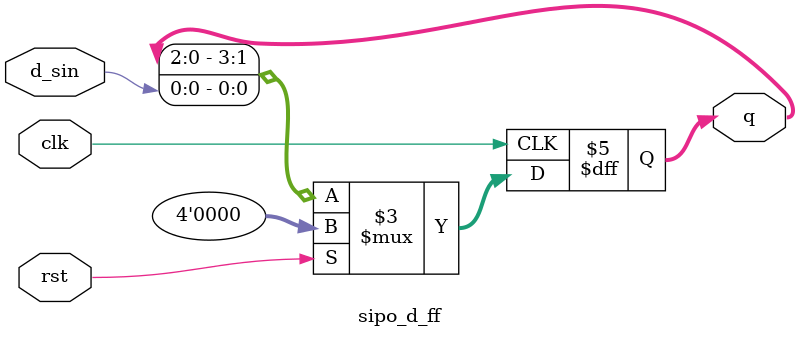
<source format=v>
module sipo_d_ff(input d_sin,clk,rst,
                 output reg [3:0] q); 

  always @(posedge clk) begin
     if (rst) begin
      q <= 4'b0000;
    end
    else
      q<={q[2:0],d_sin};
   end
endmodule

</source>
